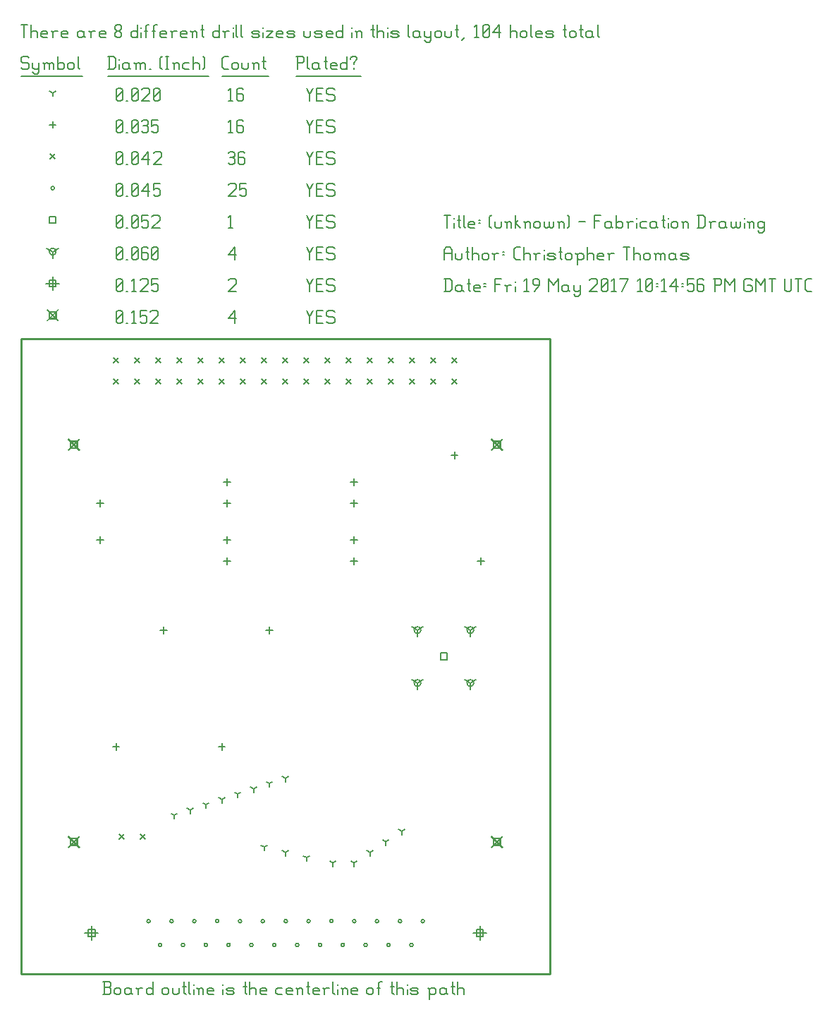
<source format=gbr>
G04 start of page 12 for group -3984 idx -3984 *
G04 Title: (unknown), fab *
G04 Creator: pcb 20140316 *
G04 CreationDate: Fri 19 May 2017 10:14:56 PM GMT UTC *
G04 For: thomasc *
G04 Format: Gerber/RS-274X *
G04 PCB-Dimensions (mil): 2500.00 3000.00 *
G04 PCB-Coordinate-Origin: lower left *
%MOIN*%
%FSLAX25Y25*%
%LNFAB*%
%ADD75C,0.0100*%
%ADD74C,0.0075*%
%ADD73C,0.0060*%
%ADD72R,0.0080X0.0080*%
%ADD71C,0.0001*%
G54D71*G36*
X22600Y252966D02*X27966Y247600D01*
X27400Y247034D01*
X22034Y252400D01*
X22600Y252966D01*
G37*
G36*
X22034Y247600D02*X27400Y252966D01*
X27966Y252400D01*
X22600Y247034D01*
X22034Y247600D01*
G37*
G54D72*X23400Y251600D02*X26600D01*
X23400D02*Y248400D01*
X26600D01*
Y251600D02*Y248400D01*
G54D71*G36*
X222600Y252966D02*X227966Y247600D01*
X227400Y247034D01*
X222034Y252400D01*
X222600Y252966D01*
G37*
G36*
X222034Y247600D02*X227400Y252966D01*
X227966Y252400D01*
X222600Y247034D01*
X222034Y247600D01*
G37*
G54D72*X223400Y251600D02*X226600D01*
X223400D02*Y248400D01*
X226600D01*
Y251600D02*Y248400D01*
G54D71*G36*
X22600Y65466D02*X27966Y60100D01*
X27400Y59534D01*
X22034Y64900D01*
X22600Y65466D01*
G37*
G36*
X22034Y60100D02*X27400Y65466D01*
X27966Y64900D01*
X22600Y59534D01*
X22034Y60100D01*
G37*
G54D72*X23400Y64100D02*X26600D01*
X23400D02*Y60900D01*
X26600D01*
Y64100D02*Y60900D01*
G54D71*G36*
X222600Y65466D02*X227966Y60100D01*
X227400Y59534D01*
X222034Y64900D01*
X222600Y65466D01*
G37*
G36*
X222034Y60100D02*X227400Y65466D01*
X227966Y64900D01*
X222600Y59534D01*
X222034Y60100D01*
G37*
G54D72*X223400Y64100D02*X226600D01*
X223400D02*Y60900D01*
X226600D01*
Y64100D02*Y60900D01*
G54D71*G36*
X12600Y314216D02*X17966Y308850D01*
X17400Y308284D01*
X12034Y313650D01*
X12600Y314216D01*
G37*
G36*
X12034Y308850D02*X17400Y314216D01*
X17966Y313650D01*
X12600Y308284D01*
X12034Y308850D01*
G37*
G54D72*X13400Y312850D02*X16600D01*
X13400D02*Y309650D01*
X16600D01*
Y312850D02*Y309650D01*
G54D73*X135000Y313500D02*X136500Y310500D01*
X138000Y313500D01*
X136500Y310500D02*Y307500D01*
X139800Y310800D02*X142050D01*
X139800Y307500D02*X142800D01*
X139800Y313500D02*Y307500D01*
Y313500D02*X142800D01*
X147600D02*X148350Y312750D01*
X145350Y313500D02*X147600D01*
X144600Y312750D02*X145350Y313500D01*
X144600Y312750D02*Y311250D01*
X145350Y310500D01*
X147600D01*
X148350Y309750D01*
Y308250D01*
X147600Y307500D02*X148350Y308250D01*
X145350Y307500D02*X147600D01*
X144600Y308250D02*X145350Y307500D01*
X98000Y309750D02*X101000Y313500D01*
X98000Y309750D02*X101750D01*
X101000Y313500D02*Y307500D01*
X45000Y308250D02*X45750Y307500D01*
X45000Y312750D02*Y308250D01*
Y312750D02*X45750Y313500D01*
X47250D01*
X48000Y312750D01*
Y308250D01*
X47250Y307500D02*X48000Y308250D01*
X45750Y307500D02*X47250D01*
X45000Y309000D02*X48000Y312000D01*
X49800Y307500D02*X50550D01*
X52350Y312300D02*X53550Y313500D01*
Y307500D01*
X52350D02*X54600D01*
X56400Y313500D02*X59400D01*
X56400D02*Y310500D01*
X57150Y311250D01*
X58650D01*
X59400Y310500D01*
Y308250D01*
X58650Y307500D02*X59400Y308250D01*
X57150Y307500D02*X58650D01*
X56400Y308250D02*X57150Y307500D01*
X61200Y312750D02*X61950Y313500D01*
X64200D01*
X64950Y312750D01*
Y311250D01*
X61200Y307500D02*X64950Y311250D01*
X61200Y307500D02*X64950D01*
X33400Y22600D02*Y16200D01*
X30200Y19400D02*X36600D01*
X31800Y21000D02*X35000D01*
X31800D02*Y17800D01*
X35000D01*
Y21000D02*Y17800D01*
X217000Y22600D02*Y16200D01*
X213800Y19400D02*X220200D01*
X215400Y21000D02*X218600D01*
X215400D02*Y17800D01*
X218600D01*
Y21000D02*Y17800D01*
X15000Y329450D02*Y323050D01*
X11800Y326250D02*X18200D01*
X13400Y327850D02*X16600D01*
X13400D02*Y324650D01*
X16600D01*
Y327850D02*Y324650D01*
X135000Y328500D02*X136500Y325500D01*
X138000Y328500D01*
X136500Y325500D02*Y322500D01*
X139800Y325800D02*X142050D01*
X139800Y322500D02*X142800D01*
X139800Y328500D02*Y322500D01*
Y328500D02*X142800D01*
X147600D02*X148350Y327750D01*
X145350Y328500D02*X147600D01*
X144600Y327750D02*X145350Y328500D01*
X144600Y327750D02*Y326250D01*
X145350Y325500D01*
X147600D01*
X148350Y324750D01*
Y323250D01*
X147600Y322500D02*X148350Y323250D01*
X145350Y322500D02*X147600D01*
X144600Y323250D02*X145350Y322500D01*
X98000Y327750D02*X98750Y328500D01*
X101000D01*
X101750Y327750D01*
Y326250D01*
X98000Y322500D02*X101750Y326250D01*
X98000Y322500D02*X101750D01*
X45000Y323250D02*X45750Y322500D01*
X45000Y327750D02*Y323250D01*
Y327750D02*X45750Y328500D01*
X47250D01*
X48000Y327750D01*
Y323250D01*
X47250Y322500D02*X48000Y323250D01*
X45750Y322500D02*X47250D01*
X45000Y324000D02*X48000Y327000D01*
X49800Y322500D02*X50550D01*
X52350Y327300D02*X53550Y328500D01*
Y322500D01*
X52350D02*X54600D01*
X56400Y327750D02*X57150Y328500D01*
X59400D01*
X60150Y327750D01*
Y326250D01*
X56400Y322500D02*X60150Y326250D01*
X56400Y322500D02*X60150D01*
X61950Y328500D02*X64950D01*
X61950D02*Y325500D01*
X62700Y326250D01*
X64200D01*
X64950Y325500D01*
Y323250D01*
X64200Y322500D02*X64950Y323250D01*
X62700Y322500D02*X64200D01*
X61950Y323250D02*X62700Y322500D01*
X187500Y162500D02*Y159300D01*
Y162500D02*X190273Y164100D01*
X187500Y162500D02*X184727Y164100D01*
X185900Y162500D02*G75*G03X189100Y162500I1600J0D01*G01*
G75*G03X185900Y162500I-1600J0D01*G01*
X212500D02*Y159300D01*
Y162500D02*X215273Y164100D01*
X212500Y162500D02*X209727Y164100D01*
X210900Y162500D02*G75*G03X214100Y162500I1600J0D01*G01*
G75*G03X210900Y162500I-1600J0D01*G01*
X212500Y137500D02*Y134300D01*
Y137500D02*X215273Y139100D01*
X212500Y137500D02*X209727Y139100D01*
X210900Y137500D02*G75*G03X214100Y137500I1600J0D01*G01*
G75*G03X210900Y137500I-1600J0D01*G01*
X187500D02*Y134300D01*
Y137500D02*X190273Y139100D01*
X187500Y137500D02*X184727Y139100D01*
X185900Y137500D02*G75*G03X189100Y137500I1600J0D01*G01*
G75*G03X185900Y137500I-1600J0D01*G01*
X15000Y341250D02*Y338050D01*
Y341250D02*X17773Y342850D01*
X15000Y341250D02*X12227Y342850D01*
X13400Y341250D02*G75*G03X16600Y341250I1600J0D01*G01*
G75*G03X13400Y341250I-1600J0D01*G01*
X135000Y343500D02*X136500Y340500D01*
X138000Y343500D01*
X136500Y340500D02*Y337500D01*
X139800Y340800D02*X142050D01*
X139800Y337500D02*X142800D01*
X139800Y343500D02*Y337500D01*
Y343500D02*X142800D01*
X147600D02*X148350Y342750D01*
X145350Y343500D02*X147600D01*
X144600Y342750D02*X145350Y343500D01*
X144600Y342750D02*Y341250D01*
X145350Y340500D01*
X147600D01*
X148350Y339750D01*
Y338250D01*
X147600Y337500D02*X148350Y338250D01*
X145350Y337500D02*X147600D01*
X144600Y338250D02*X145350Y337500D01*
X98000Y339750D02*X101000Y343500D01*
X98000Y339750D02*X101750D01*
X101000Y343500D02*Y337500D01*
X45000Y338250D02*X45750Y337500D01*
X45000Y342750D02*Y338250D01*
Y342750D02*X45750Y343500D01*
X47250D01*
X48000Y342750D01*
Y338250D01*
X47250Y337500D02*X48000Y338250D01*
X45750Y337500D02*X47250D01*
X45000Y339000D02*X48000Y342000D01*
X49800Y337500D02*X50550D01*
X52350Y338250D02*X53100Y337500D01*
X52350Y342750D02*Y338250D01*
Y342750D02*X53100Y343500D01*
X54600D01*
X55350Y342750D01*
Y338250D01*
X54600Y337500D02*X55350Y338250D01*
X53100Y337500D02*X54600D01*
X52350Y339000D02*X55350Y342000D01*
X59400Y343500D02*X60150Y342750D01*
X57900Y343500D02*X59400D01*
X57150Y342750D02*X57900Y343500D01*
X57150Y342750D02*Y338250D01*
X57900Y337500D01*
X59400Y340800D02*X60150Y340050D01*
X57150Y340800D02*X59400D01*
X57900Y337500D02*X59400D01*
X60150Y338250D01*
Y340050D02*Y338250D01*
X61950D02*X62700Y337500D01*
X61950Y342750D02*Y338250D01*
Y342750D02*X62700Y343500D01*
X64200D01*
X64950Y342750D01*
Y338250D01*
X64200Y337500D02*X64950Y338250D01*
X62700Y337500D02*X64200D01*
X61950Y339000D02*X64950Y342000D01*
X198400Y151600D02*X201600D01*
X198400D02*Y148400D01*
X201600D01*
Y151600D02*Y148400D01*
X13400Y357850D02*X16600D01*
X13400D02*Y354650D01*
X16600D01*
Y357850D02*Y354650D01*
X135000Y358500D02*X136500Y355500D01*
X138000Y358500D01*
X136500Y355500D02*Y352500D01*
X139800Y355800D02*X142050D01*
X139800Y352500D02*X142800D01*
X139800Y358500D02*Y352500D01*
Y358500D02*X142800D01*
X147600D02*X148350Y357750D01*
X145350Y358500D02*X147600D01*
X144600Y357750D02*X145350Y358500D01*
X144600Y357750D02*Y356250D01*
X145350Y355500D01*
X147600D01*
X148350Y354750D01*
Y353250D01*
X147600Y352500D02*X148350Y353250D01*
X145350Y352500D02*X147600D01*
X144600Y353250D02*X145350Y352500D01*
X98000Y357300D02*X99200Y358500D01*
Y352500D01*
X98000D02*X100250D01*
X45000Y353250D02*X45750Y352500D01*
X45000Y357750D02*Y353250D01*
Y357750D02*X45750Y358500D01*
X47250D01*
X48000Y357750D01*
Y353250D01*
X47250Y352500D02*X48000Y353250D01*
X45750Y352500D02*X47250D01*
X45000Y354000D02*X48000Y357000D01*
X49800Y352500D02*X50550D01*
X52350Y353250D02*X53100Y352500D01*
X52350Y357750D02*Y353250D01*
Y357750D02*X53100Y358500D01*
X54600D01*
X55350Y357750D01*
Y353250D01*
X54600Y352500D02*X55350Y353250D01*
X53100Y352500D02*X54600D01*
X52350Y354000D02*X55350Y357000D01*
X57150Y358500D02*X60150D01*
X57150D02*Y355500D01*
X57900Y356250D01*
X59400D01*
X60150Y355500D01*
Y353250D01*
X59400Y352500D02*X60150Y353250D01*
X57900Y352500D02*X59400D01*
X57150Y353250D02*X57900Y352500D01*
X61950Y357750D02*X62700Y358500D01*
X64950D01*
X65700Y357750D01*
Y356250D01*
X61950Y352500D02*X65700Y356250D01*
X61950Y352500D02*X65700D01*
X189200Y25000D02*G75*G03X190800Y25000I800J0D01*G01*
G75*G03X189200Y25000I-800J0D01*G01*
X178400D02*G75*G03X180000Y25000I800J0D01*G01*
G75*G03X178400Y25000I-800J0D01*G01*
X167600D02*G75*G03X169200Y25000I800J0D01*G01*
G75*G03X167600Y25000I-800J0D01*G01*
X156800D02*G75*G03X158400Y25000I800J0D01*G01*
G75*G03X156800Y25000I-800J0D01*G01*
X146000D02*G75*G03X147600Y25000I800J0D01*G01*
G75*G03X146000Y25000I-800J0D01*G01*
X135200D02*G75*G03X136800Y25000I800J0D01*G01*
G75*G03X135200Y25000I-800J0D01*G01*
X124400D02*G75*G03X126000Y25000I800J0D01*G01*
G75*G03X124400Y25000I-800J0D01*G01*
X113600D02*G75*G03X115200Y25000I800J0D01*G01*
G75*G03X113600Y25000I-800J0D01*G01*
X102800D02*G75*G03X104400Y25000I800J0D01*G01*
G75*G03X102800Y25000I-800J0D01*G01*
X92000D02*G75*G03X93600Y25000I800J0D01*G01*
G75*G03X92000Y25000I-800J0D01*G01*
X81200D02*G75*G03X82800Y25000I800J0D01*G01*
G75*G03X81200Y25000I-800J0D01*G01*
X70400D02*G75*G03X72000Y25000I800J0D01*G01*
G75*G03X70400Y25000I-800J0D01*G01*
X59600D02*G75*G03X61200Y25000I800J0D01*G01*
G75*G03X59600Y25000I-800J0D01*G01*
X183800Y13800D02*G75*G03X185400Y13800I800J0D01*G01*
G75*G03X183800Y13800I-800J0D01*G01*
X173000D02*G75*G03X174600Y13800I800J0D01*G01*
G75*G03X173000Y13800I-800J0D01*G01*
X162200D02*G75*G03X163800Y13800I800J0D01*G01*
G75*G03X162200Y13800I-800J0D01*G01*
X151400D02*G75*G03X153000Y13800I800J0D01*G01*
G75*G03X151400Y13800I-800J0D01*G01*
X140600D02*G75*G03X142200Y13800I800J0D01*G01*
G75*G03X140600Y13800I-800J0D01*G01*
X129800D02*G75*G03X131400Y13800I800J0D01*G01*
G75*G03X129800Y13800I-800J0D01*G01*
X119000D02*G75*G03X120600Y13800I800J0D01*G01*
G75*G03X119000Y13800I-800J0D01*G01*
X108200D02*G75*G03X109800Y13800I800J0D01*G01*
G75*G03X108200Y13800I-800J0D01*G01*
X97400D02*G75*G03X99000Y13800I800J0D01*G01*
G75*G03X97400Y13800I-800J0D01*G01*
X86600D02*G75*G03X88200Y13800I800J0D01*G01*
G75*G03X86600Y13800I-800J0D01*G01*
X75800D02*G75*G03X77400Y13800I800J0D01*G01*
G75*G03X75800Y13800I-800J0D01*G01*
X65000D02*G75*G03X66600Y13800I800J0D01*G01*
G75*G03X65000Y13800I-800J0D01*G01*
X14200Y371250D02*G75*G03X15800Y371250I800J0D01*G01*
G75*G03X14200Y371250I-800J0D01*G01*
X135000Y373500D02*X136500Y370500D01*
X138000Y373500D01*
X136500Y370500D02*Y367500D01*
X139800Y370800D02*X142050D01*
X139800Y367500D02*X142800D01*
X139800Y373500D02*Y367500D01*
Y373500D02*X142800D01*
X147600D02*X148350Y372750D01*
X145350Y373500D02*X147600D01*
X144600Y372750D02*X145350Y373500D01*
X144600Y372750D02*Y371250D01*
X145350Y370500D01*
X147600D01*
X148350Y369750D01*
Y368250D01*
X147600Y367500D02*X148350Y368250D01*
X145350Y367500D02*X147600D01*
X144600Y368250D02*X145350Y367500D01*
X98000Y372750D02*X98750Y373500D01*
X101000D01*
X101750Y372750D01*
Y371250D01*
X98000Y367500D02*X101750Y371250D01*
X98000Y367500D02*X101750D01*
X103550Y373500D02*X106550D01*
X103550D02*Y370500D01*
X104300Y371250D01*
X105800D01*
X106550Y370500D01*
Y368250D01*
X105800Y367500D02*X106550Y368250D01*
X104300Y367500D02*X105800D01*
X103550Y368250D02*X104300Y367500D01*
X45000Y368250D02*X45750Y367500D01*
X45000Y372750D02*Y368250D01*
Y372750D02*X45750Y373500D01*
X47250D01*
X48000Y372750D01*
Y368250D01*
X47250Y367500D02*X48000Y368250D01*
X45750Y367500D02*X47250D01*
X45000Y369000D02*X48000Y372000D01*
X49800Y367500D02*X50550D01*
X52350Y368250D02*X53100Y367500D01*
X52350Y372750D02*Y368250D01*
Y372750D02*X53100Y373500D01*
X54600D01*
X55350Y372750D01*
Y368250D01*
X54600Y367500D02*X55350Y368250D01*
X53100Y367500D02*X54600D01*
X52350Y369000D02*X55350Y372000D01*
X57150Y369750D02*X60150Y373500D01*
X57150Y369750D02*X60900D01*
X60150Y373500D02*Y367500D01*
X62700Y373500D02*X65700D01*
X62700D02*Y370500D01*
X63450Y371250D01*
X64950D01*
X65700Y370500D01*
Y368250D01*
X64950Y367500D02*X65700Y368250D01*
X63450Y367500D02*X64950D01*
X62700Y368250D02*X63450Y367500D01*
X43800Y291200D02*X46200Y288800D01*
X43800D02*X46200Y291200D01*
X43800Y281200D02*X46200Y278800D01*
X43800D02*X46200Y281200D01*
X53800Y291200D02*X56200Y288800D01*
X53800D02*X56200Y291200D01*
X53800Y281200D02*X56200Y278800D01*
X53800D02*X56200Y281200D01*
X63800Y291200D02*X66200Y288800D01*
X63800D02*X66200Y291200D01*
X63800Y281200D02*X66200Y278800D01*
X63800D02*X66200Y281200D01*
X73800Y291200D02*X76200Y288800D01*
X73800D02*X76200Y291200D01*
X73800Y281200D02*X76200Y278800D01*
X73800D02*X76200Y281200D01*
X83800Y291200D02*X86200Y288800D01*
X83800D02*X86200Y291200D01*
X83800Y281200D02*X86200Y278800D01*
X83800D02*X86200Y281200D01*
X93800Y291200D02*X96200Y288800D01*
X93800D02*X96200Y291200D01*
X93800Y281200D02*X96200Y278800D01*
X93800D02*X96200Y281200D01*
X103800Y291200D02*X106200Y288800D01*
X103800D02*X106200Y291200D01*
X103800Y281200D02*X106200Y278800D01*
X103800D02*X106200Y281200D01*
X113800Y291200D02*X116200Y288800D01*
X113800D02*X116200Y291200D01*
X113800Y281200D02*X116200Y278800D01*
X113800D02*X116200Y281200D01*
X123800Y291200D02*X126200Y288800D01*
X123800D02*X126200Y291200D01*
X123800Y281200D02*X126200Y278800D01*
X123800D02*X126200Y281200D01*
X133800Y291200D02*X136200Y288800D01*
X133800D02*X136200Y291200D01*
X133800Y281200D02*X136200Y278800D01*
X133800D02*X136200Y281200D01*
X143800Y291200D02*X146200Y288800D01*
X143800D02*X146200Y291200D01*
X143800Y281200D02*X146200Y278800D01*
X143800D02*X146200Y281200D01*
X153800Y291200D02*X156200Y288800D01*
X153800D02*X156200Y291200D01*
X153800Y281200D02*X156200Y278800D01*
X153800D02*X156200Y281200D01*
X163800Y291200D02*X166200Y288800D01*
X163800D02*X166200Y291200D01*
X163800Y281200D02*X166200Y278800D01*
X163800D02*X166200Y281200D01*
X173800Y291200D02*X176200Y288800D01*
X173800D02*X176200Y291200D01*
X173800Y281200D02*X176200Y278800D01*
X173800D02*X176200Y281200D01*
X183800Y291200D02*X186200Y288800D01*
X183800D02*X186200Y291200D01*
X183800Y281200D02*X186200Y278800D01*
X183800D02*X186200Y281200D01*
X193800Y291200D02*X196200Y288800D01*
X193800D02*X196200Y291200D01*
X193800Y281200D02*X196200Y278800D01*
X193800D02*X196200Y281200D01*
X203800Y291200D02*X206200Y288800D01*
X203800D02*X206200Y291200D01*
X203800Y281200D02*X206200Y278800D01*
X203800D02*X206200Y281200D01*
X46300Y66200D02*X48700Y63800D01*
X46300D02*X48700Y66200D01*
X56300D02*X58700Y63800D01*
X56300D02*X58700Y66200D01*
X13800Y387450D02*X16200Y385050D01*
X13800D02*X16200Y387450D01*
X135000Y388500D02*X136500Y385500D01*
X138000Y388500D01*
X136500Y385500D02*Y382500D01*
X139800Y385800D02*X142050D01*
X139800Y382500D02*X142800D01*
X139800Y388500D02*Y382500D01*
Y388500D02*X142800D01*
X147600D02*X148350Y387750D01*
X145350Y388500D02*X147600D01*
X144600Y387750D02*X145350Y388500D01*
X144600Y387750D02*Y386250D01*
X145350Y385500D01*
X147600D01*
X148350Y384750D01*
Y383250D01*
X147600Y382500D02*X148350Y383250D01*
X145350Y382500D02*X147600D01*
X144600Y383250D02*X145350Y382500D01*
X98000Y387750D02*X98750Y388500D01*
X100250D01*
X101000Y387750D01*
X100250Y382500D02*X101000Y383250D01*
X98750Y382500D02*X100250D01*
X98000Y383250D02*X98750Y382500D01*
Y385800D02*X100250D01*
X101000Y387750D02*Y386550D01*
Y385050D02*Y383250D01*
Y385050D02*X100250Y385800D01*
X101000Y386550D02*X100250Y385800D01*
X105050Y388500D02*X105800Y387750D01*
X103550Y388500D02*X105050D01*
X102800Y387750D02*X103550Y388500D01*
X102800Y387750D02*Y383250D01*
X103550Y382500D01*
X105050Y385800D02*X105800Y385050D01*
X102800Y385800D02*X105050D01*
X103550Y382500D02*X105050D01*
X105800Y383250D01*
Y385050D02*Y383250D01*
X45000D02*X45750Y382500D01*
X45000Y387750D02*Y383250D01*
Y387750D02*X45750Y388500D01*
X47250D01*
X48000Y387750D01*
Y383250D01*
X47250Y382500D02*X48000Y383250D01*
X45750Y382500D02*X47250D01*
X45000Y384000D02*X48000Y387000D01*
X49800Y382500D02*X50550D01*
X52350Y383250D02*X53100Y382500D01*
X52350Y387750D02*Y383250D01*
Y387750D02*X53100Y388500D01*
X54600D01*
X55350Y387750D01*
Y383250D01*
X54600Y382500D02*X55350Y383250D01*
X53100Y382500D02*X54600D01*
X52350Y384000D02*X55350Y387000D01*
X57150Y384750D02*X60150Y388500D01*
X57150Y384750D02*X60900D01*
X60150Y388500D02*Y382500D01*
X62700Y387750D02*X63450Y388500D01*
X65700D01*
X66450Y387750D01*
Y386250D01*
X62700Y382500D02*X66450Y386250D01*
X62700Y382500D02*X66450D01*
X37500Y224100D02*Y220900D01*
X35900Y222500D02*X39100D01*
X97500Y224100D02*Y220900D01*
X95900Y222500D02*X99100D01*
X157500Y224100D02*Y220900D01*
X155900Y222500D02*X159100D01*
X97500Y234100D02*Y230900D01*
X95900Y232500D02*X99100D01*
X157500Y234100D02*Y230900D01*
X155900Y232500D02*X159100D01*
X205000Y246600D02*Y243400D01*
X203400Y245000D02*X206600D01*
X45000Y109100D02*Y105900D01*
X43400Y107500D02*X46600D01*
X95000Y109100D02*Y105900D01*
X93400Y107500D02*X96600D01*
X67500Y164100D02*Y160900D01*
X65900Y162500D02*X69100D01*
X117500Y164100D02*Y160900D01*
X115900Y162500D02*X119100D01*
X37500Y206600D02*Y203400D01*
X35900Y205000D02*X39100D01*
X97500Y206600D02*Y203400D01*
X95900Y205000D02*X99100D01*
X157500Y206600D02*Y203400D01*
X155900Y205000D02*X159100D01*
X97500Y196600D02*Y193400D01*
X95900Y195000D02*X99100D01*
X157500Y196600D02*Y193400D01*
X155900Y195000D02*X159100D01*
X217500Y196600D02*Y193400D01*
X215900Y195000D02*X219100D01*
X15000Y402850D02*Y399650D01*
X13400Y401250D02*X16600D01*
X135000Y403500D02*X136500Y400500D01*
X138000Y403500D01*
X136500Y400500D02*Y397500D01*
X139800Y400800D02*X142050D01*
X139800Y397500D02*X142800D01*
X139800Y403500D02*Y397500D01*
Y403500D02*X142800D01*
X147600D02*X148350Y402750D01*
X145350Y403500D02*X147600D01*
X144600Y402750D02*X145350Y403500D01*
X144600Y402750D02*Y401250D01*
X145350Y400500D01*
X147600D01*
X148350Y399750D01*
Y398250D01*
X147600Y397500D02*X148350Y398250D01*
X145350Y397500D02*X147600D01*
X144600Y398250D02*X145350Y397500D01*
X98000Y402300D02*X99200Y403500D01*
Y397500D01*
X98000D02*X100250D01*
X104300Y403500D02*X105050Y402750D01*
X102800Y403500D02*X104300D01*
X102050Y402750D02*X102800Y403500D01*
X102050Y402750D02*Y398250D01*
X102800Y397500D01*
X104300Y400800D02*X105050Y400050D01*
X102050Y400800D02*X104300D01*
X102800Y397500D02*X104300D01*
X105050Y398250D01*
Y400050D02*Y398250D01*
X45000D02*X45750Y397500D01*
X45000Y402750D02*Y398250D01*
Y402750D02*X45750Y403500D01*
X47250D01*
X48000Y402750D01*
Y398250D01*
X47250Y397500D02*X48000Y398250D01*
X45750Y397500D02*X47250D01*
X45000Y399000D02*X48000Y402000D01*
X49800Y397500D02*X50550D01*
X52350Y398250D02*X53100Y397500D01*
X52350Y402750D02*Y398250D01*
Y402750D02*X53100Y403500D01*
X54600D01*
X55350Y402750D01*
Y398250D01*
X54600Y397500D02*X55350Y398250D01*
X53100Y397500D02*X54600D01*
X52350Y399000D02*X55350Y402000D01*
X57150Y402750D02*X57900Y403500D01*
X59400D01*
X60150Y402750D01*
X59400Y397500D02*X60150Y398250D01*
X57900Y397500D02*X59400D01*
X57150Y398250D02*X57900Y397500D01*
Y400800D02*X59400D01*
X60150Y402750D02*Y401550D01*
Y400050D02*Y398250D01*
Y400050D02*X59400Y400800D01*
X60150Y401550D02*X59400Y400800D01*
X61950Y403500D02*X64950D01*
X61950D02*Y400500D01*
X62700Y401250D01*
X64200D01*
X64950Y400500D01*
Y398250D01*
X64200Y397500D02*X64950Y398250D01*
X62700Y397500D02*X64200D01*
X61950Y398250D02*X62700Y397500D01*
X125000Y92500D02*Y90900D01*
Y92500D02*X126387Y93300D01*
X125000Y92500D02*X123613Y93300D01*
X117500Y90000D02*Y88400D01*
Y90000D02*X118887Y90800D01*
X117500Y90000D02*X116113Y90800D01*
X110000Y87500D02*Y85900D01*
Y87500D02*X111387Y88300D01*
X110000Y87500D02*X108613Y88300D01*
X102500Y85000D02*Y83400D01*
Y85000D02*X103887Y85800D01*
X102500Y85000D02*X101113Y85800D01*
X95000Y82500D02*Y80900D01*
Y82500D02*X96387Y83300D01*
X95000Y82500D02*X93613Y83300D01*
X87500Y80000D02*Y78400D01*
Y80000D02*X88887Y80800D01*
X87500Y80000D02*X86113Y80800D01*
X80000Y77500D02*Y75900D01*
Y77500D02*X81387Y78300D01*
X80000Y77500D02*X78613Y78300D01*
X72500Y75000D02*Y73400D01*
Y75000D02*X73887Y75800D01*
X72500Y75000D02*X71113Y75800D01*
X115000Y60000D02*Y58400D01*
Y60000D02*X116387Y60800D01*
X115000Y60000D02*X113613Y60800D01*
X125000Y57500D02*Y55900D01*
Y57500D02*X126387Y58300D01*
X125000Y57500D02*X123613Y58300D01*
X135000Y55000D02*Y53400D01*
Y55000D02*X136387Y55800D01*
X135000Y55000D02*X133613Y55800D01*
X147500Y52500D02*Y50900D01*
Y52500D02*X148887Y53300D01*
X147500Y52500D02*X146113Y53300D01*
X157500Y52500D02*Y50900D01*
Y52500D02*X158887Y53300D01*
X157500Y52500D02*X156113Y53300D01*
X165000Y57500D02*Y55900D01*
Y57500D02*X166387Y58300D01*
X165000Y57500D02*X163613Y58300D01*
X172500Y62500D02*Y60900D01*
Y62500D02*X173887Y63300D01*
X172500Y62500D02*X171113Y63300D01*
X180000Y67500D02*Y65900D01*
Y67500D02*X181387Y68300D01*
X180000Y67500D02*X178613Y68300D01*
X15000Y416250D02*Y414650D01*
Y416250D02*X16387Y417050D01*
X15000Y416250D02*X13613Y417050D01*
X135000Y418500D02*X136500Y415500D01*
X138000Y418500D01*
X136500Y415500D02*Y412500D01*
X139800Y415800D02*X142050D01*
X139800Y412500D02*X142800D01*
X139800Y418500D02*Y412500D01*
Y418500D02*X142800D01*
X147600D02*X148350Y417750D01*
X145350Y418500D02*X147600D01*
X144600Y417750D02*X145350Y418500D01*
X144600Y417750D02*Y416250D01*
X145350Y415500D01*
X147600D01*
X148350Y414750D01*
Y413250D01*
X147600Y412500D02*X148350Y413250D01*
X145350Y412500D02*X147600D01*
X144600Y413250D02*X145350Y412500D01*
X98000Y417300D02*X99200Y418500D01*
Y412500D01*
X98000D02*X100250D01*
X104300Y418500D02*X105050Y417750D01*
X102800Y418500D02*X104300D01*
X102050Y417750D02*X102800Y418500D01*
X102050Y417750D02*Y413250D01*
X102800Y412500D01*
X104300Y415800D02*X105050Y415050D01*
X102050Y415800D02*X104300D01*
X102800Y412500D02*X104300D01*
X105050Y413250D01*
Y415050D02*Y413250D01*
X45000D02*X45750Y412500D01*
X45000Y417750D02*Y413250D01*
Y417750D02*X45750Y418500D01*
X47250D01*
X48000Y417750D01*
Y413250D01*
X47250Y412500D02*X48000Y413250D01*
X45750Y412500D02*X47250D01*
X45000Y414000D02*X48000Y417000D01*
X49800Y412500D02*X50550D01*
X52350Y413250D02*X53100Y412500D01*
X52350Y417750D02*Y413250D01*
Y417750D02*X53100Y418500D01*
X54600D01*
X55350Y417750D01*
Y413250D01*
X54600Y412500D02*X55350Y413250D01*
X53100Y412500D02*X54600D01*
X52350Y414000D02*X55350Y417000D01*
X57150Y417750D02*X57900Y418500D01*
X60150D01*
X60900Y417750D01*
Y416250D01*
X57150Y412500D02*X60900Y416250D01*
X57150Y412500D02*X60900D01*
X62700Y413250D02*X63450Y412500D01*
X62700Y417750D02*Y413250D01*
Y417750D02*X63450Y418500D01*
X64950D01*
X65700Y417750D01*
Y413250D01*
X64950Y412500D02*X65700Y413250D01*
X63450Y412500D02*X64950D01*
X62700Y414000D02*X65700Y417000D01*
X3000Y433500D02*X3750Y432750D01*
X750Y433500D02*X3000D01*
X0Y432750D02*X750Y433500D01*
X0Y432750D02*Y431250D01*
X750Y430500D01*
X3000D01*
X3750Y429750D01*
Y428250D01*
X3000Y427500D02*X3750Y428250D01*
X750Y427500D02*X3000D01*
X0Y428250D02*X750Y427500D01*
X5550Y430500D02*Y428250D01*
X6300Y427500D01*
X8550Y430500D02*Y426000D01*
X7800Y425250D02*X8550Y426000D01*
X6300Y425250D02*X7800D01*
X5550Y426000D02*X6300Y425250D01*
Y427500D02*X7800D01*
X8550Y428250D01*
X11100Y429750D02*Y427500D01*
Y429750D02*X11850Y430500D01*
X12600D01*
X13350Y429750D01*
Y427500D01*
Y429750D02*X14100Y430500D01*
X14850D01*
X15600Y429750D01*
Y427500D01*
X10350Y430500D02*X11100Y429750D01*
X17400Y433500D02*Y427500D01*
Y428250D02*X18150Y427500D01*
X19650D01*
X20400Y428250D01*
Y429750D02*Y428250D01*
X19650Y430500D02*X20400Y429750D01*
X18150Y430500D02*X19650D01*
X17400Y429750D02*X18150Y430500D01*
X22200Y429750D02*Y428250D01*
Y429750D02*X22950Y430500D01*
X24450D01*
X25200Y429750D01*
Y428250D01*
X24450Y427500D02*X25200Y428250D01*
X22950Y427500D02*X24450D01*
X22200Y428250D02*X22950Y427500D01*
X27000Y433500D02*Y428250D01*
X27750Y427500D01*
X0Y424250D02*X29250D01*
X41750Y433500D02*Y427500D01*
X43700Y433500D02*X44750Y432450D01*
Y428550D01*
X43700Y427500D02*X44750Y428550D01*
X41000Y427500D02*X43700D01*
X41000Y433500D02*X43700D01*
G54D74*X46550Y432000D02*Y431850D01*
G54D73*Y429750D02*Y427500D01*
X50300Y430500D02*X51050Y429750D01*
X48800Y430500D02*X50300D01*
X48050Y429750D02*X48800Y430500D01*
X48050Y429750D02*Y428250D01*
X48800Y427500D01*
X51050Y430500D02*Y428250D01*
X51800Y427500D01*
X48800D02*X50300D01*
X51050Y428250D01*
X54350Y429750D02*Y427500D01*
Y429750D02*X55100Y430500D01*
X55850D01*
X56600Y429750D01*
Y427500D01*
Y429750D02*X57350Y430500D01*
X58100D01*
X58850Y429750D01*
Y427500D01*
X53600Y430500D02*X54350Y429750D01*
X60650Y427500D02*X61400D01*
X65900Y428250D02*X66650Y427500D01*
X65900Y432750D02*X66650Y433500D01*
X65900Y432750D02*Y428250D01*
X68450Y433500D02*X69950D01*
X69200D02*Y427500D01*
X68450D02*X69950D01*
X72500Y429750D02*Y427500D01*
Y429750D02*X73250Y430500D01*
X74000D01*
X74750Y429750D01*
Y427500D01*
X71750Y430500D02*X72500Y429750D01*
X77300Y430500D02*X79550D01*
X76550Y429750D02*X77300Y430500D01*
X76550Y429750D02*Y428250D01*
X77300Y427500D01*
X79550D01*
X81350Y433500D02*Y427500D01*
Y429750D02*X82100Y430500D01*
X83600D01*
X84350Y429750D01*
Y427500D01*
X86150Y433500D02*X86900Y432750D01*
Y428250D01*
X86150Y427500D02*X86900Y428250D01*
X41000Y424250D02*X88700D01*
X96050Y427500D02*X98000D01*
X95000Y428550D02*X96050Y427500D01*
X95000Y432450D02*Y428550D01*
Y432450D02*X96050Y433500D01*
X98000D01*
X99800Y429750D02*Y428250D01*
Y429750D02*X100550Y430500D01*
X102050D01*
X102800Y429750D01*
Y428250D01*
X102050Y427500D02*X102800Y428250D01*
X100550Y427500D02*X102050D01*
X99800Y428250D02*X100550Y427500D01*
X104600Y430500D02*Y428250D01*
X105350Y427500D01*
X106850D01*
X107600Y428250D01*
Y430500D02*Y428250D01*
X110150Y429750D02*Y427500D01*
Y429750D02*X110900Y430500D01*
X111650D01*
X112400Y429750D01*
Y427500D01*
X109400Y430500D02*X110150Y429750D01*
X114950Y433500D02*Y428250D01*
X115700Y427500D01*
X114200Y431250D02*X115700D01*
X95000Y424250D02*X117200D01*
X130750Y433500D02*Y427500D01*
X130000Y433500D02*X133000D01*
X133750Y432750D01*
Y431250D01*
X133000Y430500D02*X133750Y431250D01*
X130750Y430500D02*X133000D01*
X135550Y433500D02*Y428250D01*
X136300Y427500D01*
X140050Y430500D02*X140800Y429750D01*
X138550Y430500D02*X140050D01*
X137800Y429750D02*X138550Y430500D01*
X137800Y429750D02*Y428250D01*
X138550Y427500D01*
X140800Y430500D02*Y428250D01*
X141550Y427500D01*
X138550D02*X140050D01*
X140800Y428250D01*
X144100Y433500D02*Y428250D01*
X144850Y427500D01*
X143350Y431250D02*X144850D01*
X147100Y427500D02*X149350D01*
X146350Y428250D02*X147100Y427500D01*
X146350Y429750D02*Y428250D01*
Y429750D02*X147100Y430500D01*
X148600D01*
X149350Y429750D01*
X146350Y429000D02*X149350D01*
Y429750D02*Y429000D01*
X154150Y433500D02*Y427500D01*
X153400D02*X154150Y428250D01*
X151900Y427500D02*X153400D01*
X151150Y428250D02*X151900Y427500D01*
X151150Y429750D02*Y428250D01*
Y429750D02*X151900Y430500D01*
X153400D01*
X154150Y429750D01*
X157450Y430500D02*Y429750D01*
Y428250D02*Y427500D01*
X155950Y432750D02*Y432000D01*
Y432750D02*X156700Y433500D01*
X158200D01*
X158950Y432750D01*
Y432000D01*
X157450Y430500D02*X158950Y432000D01*
X130000Y424250D02*X160750D01*
X0Y448500D02*X3000D01*
X1500D02*Y442500D01*
X4800Y448500D02*Y442500D01*
Y444750D02*X5550Y445500D01*
X7050D01*
X7800Y444750D01*
Y442500D01*
X10350D02*X12600D01*
X9600Y443250D02*X10350Y442500D01*
X9600Y444750D02*Y443250D01*
Y444750D02*X10350Y445500D01*
X11850D01*
X12600Y444750D01*
X9600Y444000D02*X12600D01*
Y444750D02*Y444000D01*
X15150Y444750D02*Y442500D01*
Y444750D02*X15900Y445500D01*
X17400D01*
X14400D02*X15150Y444750D01*
X19950Y442500D02*X22200D01*
X19200Y443250D02*X19950Y442500D01*
X19200Y444750D02*Y443250D01*
Y444750D02*X19950Y445500D01*
X21450D01*
X22200Y444750D01*
X19200Y444000D02*X22200D01*
Y444750D02*Y444000D01*
X28950Y445500D02*X29700Y444750D01*
X27450Y445500D02*X28950D01*
X26700Y444750D02*X27450Y445500D01*
X26700Y444750D02*Y443250D01*
X27450Y442500D01*
X29700Y445500D02*Y443250D01*
X30450Y442500D01*
X27450D02*X28950D01*
X29700Y443250D01*
X33000Y444750D02*Y442500D01*
Y444750D02*X33750Y445500D01*
X35250D01*
X32250D02*X33000Y444750D01*
X37800Y442500D02*X40050D01*
X37050Y443250D02*X37800Y442500D01*
X37050Y444750D02*Y443250D01*
Y444750D02*X37800Y445500D01*
X39300D01*
X40050Y444750D01*
X37050Y444000D02*X40050D01*
Y444750D02*Y444000D01*
X44550Y443250D02*X45300Y442500D01*
X44550Y444450D02*Y443250D01*
Y444450D02*X45600Y445500D01*
X46500D01*
X47550Y444450D01*
Y443250D01*
X46800Y442500D02*X47550Y443250D01*
X45300Y442500D02*X46800D01*
X44550Y446550D02*X45600Y445500D01*
X44550Y447750D02*Y446550D01*
Y447750D02*X45300Y448500D01*
X46800D01*
X47550Y447750D01*
Y446550D01*
X46500Y445500D02*X47550Y446550D01*
X55050Y448500D02*Y442500D01*
X54300D02*X55050Y443250D01*
X52800Y442500D02*X54300D01*
X52050Y443250D02*X52800Y442500D01*
X52050Y444750D02*Y443250D01*
Y444750D02*X52800Y445500D01*
X54300D01*
X55050Y444750D01*
G54D74*X56850Y447000D02*Y446850D01*
G54D73*Y444750D02*Y442500D01*
X59100Y447750D02*Y442500D01*
Y447750D02*X59850Y448500D01*
X60600D01*
X58350Y445500D02*X59850D01*
X62850Y447750D02*Y442500D01*
Y447750D02*X63600Y448500D01*
X64350D01*
X62100Y445500D02*X63600D01*
X66600Y442500D02*X68850D01*
X65850Y443250D02*X66600Y442500D01*
X65850Y444750D02*Y443250D01*
Y444750D02*X66600Y445500D01*
X68100D01*
X68850Y444750D01*
X65850Y444000D02*X68850D01*
Y444750D02*Y444000D01*
X71400Y444750D02*Y442500D01*
Y444750D02*X72150Y445500D01*
X73650D01*
X70650D02*X71400Y444750D01*
X76200Y442500D02*X78450D01*
X75450Y443250D02*X76200Y442500D01*
X75450Y444750D02*Y443250D01*
Y444750D02*X76200Y445500D01*
X77700D01*
X78450Y444750D01*
X75450Y444000D02*X78450D01*
Y444750D02*Y444000D01*
X81000Y444750D02*Y442500D01*
Y444750D02*X81750Y445500D01*
X82500D01*
X83250Y444750D01*
Y442500D01*
X80250Y445500D02*X81000Y444750D01*
X85800Y448500D02*Y443250D01*
X86550Y442500D01*
X85050Y446250D02*X86550D01*
X93750Y448500D02*Y442500D01*
X93000D02*X93750Y443250D01*
X91500Y442500D02*X93000D01*
X90750Y443250D02*X91500Y442500D01*
X90750Y444750D02*Y443250D01*
Y444750D02*X91500Y445500D01*
X93000D01*
X93750Y444750D01*
X96300D02*Y442500D01*
Y444750D02*X97050Y445500D01*
X98550D01*
X95550D02*X96300Y444750D01*
G54D74*X100350Y447000D02*Y446850D01*
G54D73*Y444750D02*Y442500D01*
X101850Y448500D02*Y443250D01*
X102600Y442500D01*
X104100Y448500D02*Y443250D01*
X104850Y442500D01*
X109800D02*X112050D01*
X112800Y443250D01*
X112050Y444000D02*X112800Y443250D01*
X109800Y444000D02*X112050D01*
X109050Y444750D02*X109800Y444000D01*
X109050Y444750D02*X109800Y445500D01*
X112050D01*
X112800Y444750D01*
X109050Y443250D02*X109800Y442500D01*
G54D74*X114600Y447000D02*Y446850D01*
G54D73*Y444750D02*Y442500D01*
X116100Y445500D02*X119100D01*
X116100Y442500D02*X119100Y445500D01*
X116100Y442500D02*X119100D01*
X121650D02*X123900D01*
X120900Y443250D02*X121650Y442500D01*
X120900Y444750D02*Y443250D01*
Y444750D02*X121650Y445500D01*
X123150D01*
X123900Y444750D01*
X120900Y444000D02*X123900D01*
Y444750D02*Y444000D01*
X126450Y442500D02*X128700D01*
X129450Y443250D01*
X128700Y444000D02*X129450Y443250D01*
X126450Y444000D02*X128700D01*
X125700Y444750D02*X126450Y444000D01*
X125700Y444750D02*X126450Y445500D01*
X128700D01*
X129450Y444750D01*
X125700Y443250D02*X126450Y442500D01*
X133950Y445500D02*Y443250D01*
X134700Y442500D01*
X136200D01*
X136950Y443250D01*
Y445500D02*Y443250D01*
X139500Y442500D02*X141750D01*
X142500Y443250D01*
X141750Y444000D02*X142500Y443250D01*
X139500Y444000D02*X141750D01*
X138750Y444750D02*X139500Y444000D01*
X138750Y444750D02*X139500Y445500D01*
X141750D01*
X142500Y444750D01*
X138750Y443250D02*X139500Y442500D01*
X145050D02*X147300D01*
X144300Y443250D02*X145050Y442500D01*
X144300Y444750D02*Y443250D01*
Y444750D02*X145050Y445500D01*
X146550D01*
X147300Y444750D01*
X144300Y444000D02*X147300D01*
Y444750D02*Y444000D01*
X152100Y448500D02*Y442500D01*
X151350D02*X152100Y443250D01*
X149850Y442500D02*X151350D01*
X149100Y443250D02*X149850Y442500D01*
X149100Y444750D02*Y443250D01*
Y444750D02*X149850Y445500D01*
X151350D01*
X152100Y444750D01*
G54D74*X156600Y447000D02*Y446850D01*
G54D73*Y444750D02*Y442500D01*
X158850Y444750D02*Y442500D01*
Y444750D02*X159600Y445500D01*
X160350D01*
X161100Y444750D01*
Y442500D01*
X158100Y445500D02*X158850Y444750D01*
X166350Y448500D02*Y443250D01*
X167100Y442500D01*
X165600Y446250D02*X167100D01*
X168600Y448500D02*Y442500D01*
Y444750D02*X169350Y445500D01*
X170850D01*
X171600Y444750D01*
Y442500D01*
G54D74*X173400Y447000D02*Y446850D01*
G54D73*Y444750D02*Y442500D01*
X175650D02*X177900D01*
X178650Y443250D01*
X177900Y444000D02*X178650Y443250D01*
X175650Y444000D02*X177900D01*
X174900Y444750D02*X175650Y444000D01*
X174900Y444750D02*X175650Y445500D01*
X177900D01*
X178650Y444750D01*
X174900Y443250D02*X175650Y442500D01*
X183150Y448500D02*Y443250D01*
X183900Y442500D01*
X187650Y445500D02*X188400Y444750D01*
X186150Y445500D02*X187650D01*
X185400Y444750D02*X186150Y445500D01*
X185400Y444750D02*Y443250D01*
X186150Y442500D01*
X188400Y445500D02*Y443250D01*
X189150Y442500D01*
X186150D02*X187650D01*
X188400Y443250D01*
X190950Y445500D02*Y443250D01*
X191700Y442500D01*
X193950Y445500D02*Y441000D01*
X193200Y440250D02*X193950Y441000D01*
X191700Y440250D02*X193200D01*
X190950Y441000D02*X191700Y440250D01*
Y442500D02*X193200D01*
X193950Y443250D01*
X195750Y444750D02*Y443250D01*
Y444750D02*X196500Y445500D01*
X198000D01*
X198750Y444750D01*
Y443250D01*
X198000Y442500D02*X198750Y443250D01*
X196500Y442500D02*X198000D01*
X195750Y443250D02*X196500Y442500D01*
X200550Y445500D02*Y443250D01*
X201300Y442500D01*
X202800D01*
X203550Y443250D01*
Y445500D02*Y443250D01*
X206100Y448500D02*Y443250D01*
X206850Y442500D01*
X205350Y446250D02*X206850D01*
X208350Y441000D02*X209850Y442500D01*
X214350Y447300D02*X215550Y448500D01*
Y442500D01*
X214350D02*X216600D01*
X218400Y443250D02*X219150Y442500D01*
X218400Y447750D02*Y443250D01*
Y447750D02*X219150Y448500D01*
X220650D01*
X221400Y447750D01*
Y443250D01*
X220650Y442500D02*X221400Y443250D01*
X219150Y442500D02*X220650D01*
X218400Y444000D02*X221400Y447000D01*
X223200Y444750D02*X226200Y448500D01*
X223200Y444750D02*X226950D01*
X226200Y448500D02*Y442500D01*
X231450Y448500D02*Y442500D01*
Y444750D02*X232200Y445500D01*
X233700D01*
X234450Y444750D01*
Y442500D01*
X236250Y444750D02*Y443250D01*
Y444750D02*X237000Y445500D01*
X238500D01*
X239250Y444750D01*
Y443250D01*
X238500Y442500D02*X239250Y443250D01*
X237000Y442500D02*X238500D01*
X236250Y443250D02*X237000Y442500D01*
X241050Y448500D02*Y443250D01*
X241800Y442500D01*
X244050D02*X246300D01*
X243300Y443250D02*X244050Y442500D01*
X243300Y444750D02*Y443250D01*
Y444750D02*X244050Y445500D01*
X245550D01*
X246300Y444750D01*
X243300Y444000D02*X246300D01*
Y444750D02*Y444000D01*
X248850Y442500D02*X251100D01*
X251850Y443250D01*
X251100Y444000D02*X251850Y443250D01*
X248850Y444000D02*X251100D01*
X248100Y444750D02*X248850Y444000D01*
X248100Y444750D02*X248850Y445500D01*
X251100D01*
X251850Y444750D01*
X248100Y443250D02*X248850Y442500D01*
X257100Y448500D02*Y443250D01*
X257850Y442500D01*
X256350Y446250D02*X257850D01*
X259350Y444750D02*Y443250D01*
Y444750D02*X260100Y445500D01*
X261600D01*
X262350Y444750D01*
Y443250D01*
X261600Y442500D02*X262350Y443250D01*
X260100Y442500D02*X261600D01*
X259350Y443250D02*X260100Y442500D01*
X264900Y448500D02*Y443250D01*
X265650Y442500D01*
X264150Y446250D02*X265650D01*
X269400Y445500D02*X270150Y444750D01*
X267900Y445500D02*X269400D01*
X267150Y444750D02*X267900Y445500D01*
X267150Y444750D02*Y443250D01*
X267900Y442500D01*
X270150Y445500D02*Y443250D01*
X270900Y442500D01*
X267900D02*X269400D01*
X270150Y443250D01*
X272700Y448500D02*Y443250D01*
X273450Y442500D01*
G54D75*X0Y300000D02*Y0D01*
X250000D01*
Y300000D01*
X0D01*
G54D73*X38675Y-9500D02*X41675D01*
X42425Y-8750D01*
Y-6950D02*Y-8750D01*
X41675Y-6200D02*X42425Y-6950D01*
X39425Y-6200D02*X41675D01*
X39425Y-3500D02*Y-9500D01*
X38675Y-3500D02*X41675D01*
X42425Y-4250D01*
Y-5450D01*
X41675Y-6200D02*X42425Y-5450D01*
X44225Y-7250D02*Y-8750D01*
Y-7250D02*X44975Y-6500D01*
X46475D01*
X47225Y-7250D01*
Y-8750D01*
X46475Y-9500D02*X47225Y-8750D01*
X44975Y-9500D02*X46475D01*
X44225Y-8750D02*X44975Y-9500D01*
X51275Y-6500D02*X52025Y-7250D01*
X49775Y-6500D02*X51275D01*
X49025Y-7250D02*X49775Y-6500D01*
X49025Y-7250D02*Y-8750D01*
X49775Y-9500D01*
X52025Y-6500D02*Y-8750D01*
X52775Y-9500D01*
X49775D02*X51275D01*
X52025Y-8750D01*
X55325Y-7250D02*Y-9500D01*
Y-7250D02*X56075Y-6500D01*
X57575D01*
X54575D02*X55325Y-7250D01*
X62375Y-3500D02*Y-9500D01*
X61625D02*X62375Y-8750D01*
X60125Y-9500D02*X61625D01*
X59375Y-8750D02*X60125Y-9500D01*
X59375Y-7250D02*Y-8750D01*
Y-7250D02*X60125Y-6500D01*
X61625D01*
X62375Y-7250D01*
X66875D02*Y-8750D01*
Y-7250D02*X67625Y-6500D01*
X69125D01*
X69875Y-7250D01*
Y-8750D01*
X69125Y-9500D02*X69875Y-8750D01*
X67625Y-9500D02*X69125D01*
X66875Y-8750D02*X67625Y-9500D01*
X71675Y-6500D02*Y-8750D01*
X72425Y-9500D01*
X73925D01*
X74675Y-8750D01*
Y-6500D02*Y-8750D01*
X77225Y-3500D02*Y-8750D01*
X77975Y-9500D01*
X76475Y-5750D02*X77975D01*
X79475Y-3500D02*Y-8750D01*
X80225Y-9500D01*
G54D74*X81725Y-5000D02*Y-5150D01*
G54D73*Y-7250D02*Y-9500D01*
X83975Y-7250D02*Y-9500D01*
Y-7250D02*X84725Y-6500D01*
X85475D01*
X86225Y-7250D01*
Y-9500D01*
X83225Y-6500D02*X83975Y-7250D01*
X88775Y-9500D02*X91025D01*
X88025Y-8750D02*X88775Y-9500D01*
X88025Y-7250D02*Y-8750D01*
Y-7250D02*X88775Y-6500D01*
X90275D01*
X91025Y-7250D01*
X88025Y-8000D02*X91025D01*
Y-7250D02*Y-8000D01*
G54D74*X95525Y-5000D02*Y-5150D01*
G54D73*Y-7250D02*Y-9500D01*
X97775D02*X100025D01*
X100775Y-8750D01*
X100025Y-8000D02*X100775Y-8750D01*
X97775Y-8000D02*X100025D01*
X97025Y-7250D02*X97775Y-8000D01*
X97025Y-7250D02*X97775Y-6500D01*
X100025D01*
X100775Y-7250D01*
X97025Y-8750D02*X97775Y-9500D01*
X106025Y-3500D02*Y-8750D01*
X106775Y-9500D01*
X105275Y-5750D02*X106775D01*
X108275Y-3500D02*Y-9500D01*
Y-7250D02*X109025Y-6500D01*
X110525D01*
X111275Y-7250D01*
Y-9500D01*
X113825D02*X116075D01*
X113075Y-8750D02*X113825Y-9500D01*
X113075Y-7250D02*Y-8750D01*
Y-7250D02*X113825Y-6500D01*
X115325D01*
X116075Y-7250D01*
X113075Y-8000D02*X116075D01*
Y-7250D02*Y-8000D01*
X121325Y-6500D02*X123575D01*
X120575Y-7250D02*X121325Y-6500D01*
X120575Y-7250D02*Y-8750D01*
X121325Y-9500D01*
X123575D01*
X126125D02*X128375D01*
X125375Y-8750D02*X126125Y-9500D01*
X125375Y-7250D02*Y-8750D01*
Y-7250D02*X126125Y-6500D01*
X127625D01*
X128375Y-7250D01*
X125375Y-8000D02*X128375D01*
Y-7250D02*Y-8000D01*
X130925Y-7250D02*Y-9500D01*
Y-7250D02*X131675Y-6500D01*
X132425D01*
X133175Y-7250D01*
Y-9500D01*
X130175Y-6500D02*X130925Y-7250D01*
X135725Y-3500D02*Y-8750D01*
X136475Y-9500D01*
X134975Y-5750D02*X136475D01*
X138725Y-9500D02*X140975D01*
X137975Y-8750D02*X138725Y-9500D01*
X137975Y-7250D02*Y-8750D01*
Y-7250D02*X138725Y-6500D01*
X140225D01*
X140975Y-7250D01*
X137975Y-8000D02*X140975D01*
Y-7250D02*Y-8000D01*
X143525Y-7250D02*Y-9500D01*
Y-7250D02*X144275Y-6500D01*
X145775D01*
X142775D02*X143525Y-7250D01*
X147575Y-3500D02*Y-8750D01*
X148325Y-9500D01*
G54D74*X149825Y-5000D02*Y-5150D01*
G54D73*Y-7250D02*Y-9500D01*
X152075Y-7250D02*Y-9500D01*
Y-7250D02*X152825Y-6500D01*
X153575D01*
X154325Y-7250D01*
Y-9500D01*
X151325Y-6500D02*X152075Y-7250D01*
X156875Y-9500D02*X159125D01*
X156125Y-8750D02*X156875Y-9500D01*
X156125Y-7250D02*Y-8750D01*
Y-7250D02*X156875Y-6500D01*
X158375D01*
X159125Y-7250D01*
X156125Y-8000D02*X159125D01*
Y-7250D02*Y-8000D01*
X163625Y-7250D02*Y-8750D01*
Y-7250D02*X164375Y-6500D01*
X165875D01*
X166625Y-7250D01*
Y-8750D01*
X165875Y-9500D02*X166625Y-8750D01*
X164375Y-9500D02*X165875D01*
X163625Y-8750D02*X164375Y-9500D01*
X169175Y-4250D02*Y-9500D01*
Y-4250D02*X169925Y-3500D01*
X170675D01*
X168425Y-6500D02*X169925D01*
X175625Y-3500D02*Y-8750D01*
X176375Y-9500D01*
X174875Y-5750D02*X176375D01*
X177875Y-3500D02*Y-9500D01*
Y-7250D02*X178625Y-6500D01*
X180125D01*
X180875Y-7250D01*
Y-9500D01*
G54D74*X182675Y-5000D02*Y-5150D01*
G54D73*Y-7250D02*Y-9500D01*
X184925D02*X187175D01*
X187925Y-8750D01*
X187175Y-8000D02*X187925Y-8750D01*
X184925Y-8000D02*X187175D01*
X184175Y-7250D02*X184925Y-8000D01*
X184175Y-7250D02*X184925Y-6500D01*
X187175D01*
X187925Y-7250D01*
X184175Y-8750D02*X184925Y-9500D01*
X193175Y-7250D02*Y-11750D01*
X192425Y-6500D02*X193175Y-7250D01*
X193925Y-6500D01*
X195425D01*
X196175Y-7250D01*
Y-8750D01*
X195425Y-9500D02*X196175Y-8750D01*
X193925Y-9500D02*X195425D01*
X193175Y-8750D02*X193925Y-9500D01*
X200225Y-6500D02*X200975Y-7250D01*
X198725Y-6500D02*X200225D01*
X197975Y-7250D02*X198725Y-6500D01*
X197975Y-7250D02*Y-8750D01*
X198725Y-9500D01*
X200975Y-6500D02*Y-8750D01*
X201725Y-9500D01*
X198725D02*X200225D01*
X200975Y-8750D01*
X204275Y-3500D02*Y-8750D01*
X205025Y-9500D01*
X203525Y-5750D02*X205025D01*
X206525Y-3500D02*Y-9500D01*
Y-7250D02*X207275Y-6500D01*
X208775D01*
X209525Y-7250D01*
Y-9500D01*
X200750Y328500D02*Y322500D01*
X202700Y328500D02*X203750Y327450D01*
Y323550D01*
X202700Y322500D02*X203750Y323550D01*
X200000Y322500D02*X202700D01*
X200000Y328500D02*X202700D01*
X207800Y325500D02*X208550Y324750D01*
X206300Y325500D02*X207800D01*
X205550Y324750D02*X206300Y325500D01*
X205550Y324750D02*Y323250D01*
X206300Y322500D01*
X208550Y325500D02*Y323250D01*
X209300Y322500D01*
X206300D02*X207800D01*
X208550Y323250D01*
X211850Y328500D02*Y323250D01*
X212600Y322500D01*
X211100Y326250D02*X212600D01*
X214850Y322500D02*X217100D01*
X214100Y323250D02*X214850Y322500D01*
X214100Y324750D02*Y323250D01*
Y324750D02*X214850Y325500D01*
X216350D01*
X217100Y324750D01*
X214100Y324000D02*X217100D01*
Y324750D02*Y324000D01*
X218900Y326250D02*X219650D01*
X218900Y324750D02*X219650D01*
X224150Y328500D02*Y322500D01*
Y328500D02*X227150D01*
X224150Y325800D02*X226400D01*
X229700Y324750D02*Y322500D01*
Y324750D02*X230450Y325500D01*
X231950D01*
X228950D02*X229700Y324750D01*
G54D74*X233750Y327000D02*Y326850D01*
G54D73*Y324750D02*Y322500D01*
X237950Y327300D02*X239150Y328500D01*
Y322500D01*
X237950D02*X240200D01*
X242750D02*X245000Y325500D01*
Y327750D02*Y325500D01*
X244250Y328500D02*X245000Y327750D01*
X242750Y328500D02*X244250D01*
X242000Y327750D02*X242750Y328500D01*
X242000Y327750D02*Y326250D01*
X242750Y325500D01*
X245000D01*
X249500Y328500D02*Y322500D01*
Y328500D02*X251750Y325500D01*
X254000Y328500D01*
Y322500D01*
X258050Y325500D02*X258800Y324750D01*
X256550Y325500D02*X258050D01*
X255800Y324750D02*X256550Y325500D01*
X255800Y324750D02*Y323250D01*
X256550Y322500D01*
X258800Y325500D02*Y323250D01*
X259550Y322500D01*
X256550D02*X258050D01*
X258800Y323250D01*
X261350Y325500D02*Y323250D01*
X262100Y322500D01*
X264350Y325500D02*Y321000D01*
X263600Y320250D02*X264350Y321000D01*
X262100Y320250D02*X263600D01*
X261350Y321000D02*X262100Y320250D01*
Y322500D02*X263600D01*
X264350Y323250D01*
X268850Y327750D02*X269600Y328500D01*
X271850D01*
X272600Y327750D01*
Y326250D01*
X268850Y322500D02*X272600Y326250D01*
X268850Y322500D02*X272600D01*
X274400Y323250D02*X275150Y322500D01*
X274400Y327750D02*Y323250D01*
Y327750D02*X275150Y328500D01*
X276650D01*
X277400Y327750D01*
Y323250D01*
X276650Y322500D02*X277400Y323250D01*
X275150Y322500D02*X276650D01*
X274400Y324000D02*X277400Y327000D01*
X279200Y327300D02*X280400Y328500D01*
Y322500D01*
X279200D02*X281450D01*
X284000D02*X287000Y328500D01*
X283250D02*X287000D01*
X291500Y327300D02*X292700Y328500D01*
Y322500D01*
X291500D02*X293750D01*
X295550Y323250D02*X296300Y322500D01*
X295550Y327750D02*Y323250D01*
Y327750D02*X296300Y328500D01*
X297800D01*
X298550Y327750D01*
Y323250D01*
X297800Y322500D02*X298550Y323250D01*
X296300Y322500D02*X297800D01*
X295550Y324000D02*X298550Y327000D01*
X300350Y326250D02*X301100D01*
X300350Y324750D02*X301100D01*
X302900Y327300D02*X304100Y328500D01*
Y322500D01*
X302900D02*X305150D01*
X306950Y324750D02*X309950Y328500D01*
X306950Y324750D02*X310700D01*
X309950Y328500D02*Y322500D01*
X312500Y326250D02*X313250D01*
X312500Y324750D02*X313250D01*
X315050Y328500D02*X318050D01*
X315050D02*Y325500D01*
X315800Y326250D01*
X317300D01*
X318050Y325500D01*
Y323250D01*
X317300Y322500D02*X318050Y323250D01*
X315800Y322500D02*X317300D01*
X315050Y323250D02*X315800Y322500D01*
X322100Y328500D02*X322850Y327750D01*
X320600Y328500D02*X322100D01*
X319850Y327750D02*X320600Y328500D01*
X319850Y327750D02*Y323250D01*
X320600Y322500D01*
X322100Y325800D02*X322850Y325050D01*
X319850Y325800D02*X322100D01*
X320600Y322500D02*X322100D01*
X322850Y323250D01*
Y325050D02*Y323250D01*
X328100Y328500D02*Y322500D01*
X327350Y328500D02*X330350D01*
X331100Y327750D01*
Y326250D01*
X330350Y325500D02*X331100Y326250D01*
X328100Y325500D02*X330350D01*
X332900Y328500D02*Y322500D01*
Y328500D02*X335150Y325500D01*
X337400Y328500D01*
Y322500D01*
X344900Y328500D02*X345650Y327750D01*
X342650Y328500D02*X344900D01*
X341900Y327750D02*X342650Y328500D01*
X341900Y327750D02*Y323250D01*
X342650Y322500D01*
X344900D01*
X345650Y323250D01*
Y324750D02*Y323250D01*
X344900Y325500D02*X345650Y324750D01*
X343400Y325500D02*X344900D01*
X347450Y328500D02*Y322500D01*
Y328500D02*X349700Y325500D01*
X351950Y328500D01*
Y322500D01*
X353750Y328500D02*X356750D01*
X355250D02*Y322500D01*
X361250Y328500D02*Y323250D01*
X362000Y322500D01*
X363500D01*
X364250Y323250D01*
Y328500D02*Y323250D01*
X366050Y328500D02*X369050D01*
X367550D02*Y322500D01*
X371900D02*X373850D01*
X370850Y323550D02*X371900Y322500D01*
X370850Y327450D02*Y323550D01*
Y327450D02*X371900Y328500D01*
X373850D01*
X200000Y342000D02*Y337500D01*
Y342000D02*X201050Y343500D01*
X202700D01*
X203750Y342000D01*
Y337500D01*
X200000Y340500D02*X203750D01*
X205550D02*Y338250D01*
X206300Y337500D01*
X207800D01*
X208550Y338250D01*
Y340500D02*Y338250D01*
X211100Y343500D02*Y338250D01*
X211850Y337500D01*
X210350Y341250D02*X211850D01*
X213350Y343500D02*Y337500D01*
Y339750D02*X214100Y340500D01*
X215600D01*
X216350Y339750D01*
Y337500D01*
X218150Y339750D02*Y338250D01*
Y339750D02*X218900Y340500D01*
X220400D01*
X221150Y339750D01*
Y338250D01*
X220400Y337500D02*X221150Y338250D01*
X218900Y337500D02*X220400D01*
X218150Y338250D02*X218900Y337500D01*
X223700Y339750D02*Y337500D01*
Y339750D02*X224450Y340500D01*
X225950D01*
X222950D02*X223700Y339750D01*
X227750Y341250D02*X228500D01*
X227750Y339750D02*X228500D01*
X234050Y337500D02*X236000D01*
X233000Y338550D02*X234050Y337500D01*
X233000Y342450D02*Y338550D01*
Y342450D02*X234050Y343500D01*
X236000D01*
X237800D02*Y337500D01*
Y339750D02*X238550Y340500D01*
X240050D01*
X240800Y339750D01*
Y337500D01*
X243350Y339750D02*Y337500D01*
Y339750D02*X244100Y340500D01*
X245600D01*
X242600D02*X243350Y339750D01*
G54D74*X247400Y342000D02*Y341850D01*
G54D73*Y339750D02*Y337500D01*
X249650D02*X251900D01*
X252650Y338250D01*
X251900Y339000D02*X252650Y338250D01*
X249650Y339000D02*X251900D01*
X248900Y339750D02*X249650Y339000D01*
X248900Y339750D02*X249650Y340500D01*
X251900D01*
X252650Y339750D01*
X248900Y338250D02*X249650Y337500D01*
X255200Y343500D02*Y338250D01*
X255950Y337500D01*
X254450Y341250D02*X255950D01*
X257450Y339750D02*Y338250D01*
Y339750D02*X258200Y340500D01*
X259700D01*
X260450Y339750D01*
Y338250D01*
X259700Y337500D02*X260450Y338250D01*
X258200Y337500D02*X259700D01*
X257450Y338250D02*X258200Y337500D01*
X263000Y339750D02*Y335250D01*
X262250Y340500D02*X263000Y339750D01*
X263750Y340500D01*
X265250D01*
X266000Y339750D01*
Y338250D01*
X265250Y337500D02*X266000Y338250D01*
X263750Y337500D02*X265250D01*
X263000Y338250D02*X263750Y337500D01*
X267800Y343500D02*Y337500D01*
Y339750D02*X268550Y340500D01*
X270050D01*
X270800Y339750D01*
Y337500D01*
X273350D02*X275600D01*
X272600Y338250D02*X273350Y337500D01*
X272600Y339750D02*Y338250D01*
Y339750D02*X273350Y340500D01*
X274850D01*
X275600Y339750D01*
X272600Y339000D02*X275600D01*
Y339750D02*Y339000D01*
X278150Y339750D02*Y337500D01*
Y339750D02*X278900Y340500D01*
X280400D01*
X277400D02*X278150Y339750D01*
X284900Y343500D02*X287900D01*
X286400D02*Y337500D01*
X289700Y343500D02*Y337500D01*
Y339750D02*X290450Y340500D01*
X291950D01*
X292700Y339750D01*
Y337500D01*
X294500Y339750D02*Y338250D01*
Y339750D02*X295250Y340500D01*
X296750D01*
X297500Y339750D01*
Y338250D01*
X296750Y337500D02*X297500Y338250D01*
X295250Y337500D02*X296750D01*
X294500Y338250D02*X295250Y337500D01*
X300050Y339750D02*Y337500D01*
Y339750D02*X300800Y340500D01*
X301550D01*
X302300Y339750D01*
Y337500D01*
Y339750D02*X303050Y340500D01*
X303800D01*
X304550Y339750D01*
Y337500D01*
X299300Y340500D02*X300050Y339750D01*
X308600Y340500D02*X309350Y339750D01*
X307100Y340500D02*X308600D01*
X306350Y339750D02*X307100Y340500D01*
X306350Y339750D02*Y338250D01*
X307100Y337500D01*
X309350Y340500D02*Y338250D01*
X310100Y337500D01*
X307100D02*X308600D01*
X309350Y338250D01*
X312650Y337500D02*X314900D01*
X315650Y338250D01*
X314900Y339000D02*X315650Y338250D01*
X312650Y339000D02*X314900D01*
X311900Y339750D02*X312650Y339000D01*
X311900Y339750D02*X312650Y340500D01*
X314900D01*
X315650Y339750D01*
X311900Y338250D02*X312650Y337500D01*
X200000Y358500D02*X203000D01*
X201500D02*Y352500D01*
G54D74*X204800Y357000D02*Y356850D01*
G54D73*Y354750D02*Y352500D01*
X207050Y358500D02*Y353250D01*
X207800Y352500D01*
X206300Y356250D02*X207800D01*
X209300Y358500D02*Y353250D01*
X210050Y352500D01*
X212300D02*X214550D01*
X211550Y353250D02*X212300Y352500D01*
X211550Y354750D02*Y353250D01*
Y354750D02*X212300Y355500D01*
X213800D01*
X214550Y354750D01*
X211550Y354000D02*X214550D01*
Y354750D02*Y354000D01*
X216350Y356250D02*X217100D01*
X216350Y354750D02*X217100D01*
X221600Y353250D02*X222350Y352500D01*
X221600Y357750D02*X222350Y358500D01*
X221600Y357750D02*Y353250D01*
X224150Y355500D02*Y353250D01*
X224900Y352500D01*
X226400D01*
X227150Y353250D01*
Y355500D02*Y353250D01*
X229700Y354750D02*Y352500D01*
Y354750D02*X230450Y355500D01*
X231200D01*
X231950Y354750D01*
Y352500D01*
X228950Y355500D02*X229700Y354750D01*
X233750Y358500D02*Y352500D01*
Y354750D02*X236000Y352500D01*
X233750Y354750D02*X235250Y356250D01*
X238550Y354750D02*Y352500D01*
Y354750D02*X239300Y355500D01*
X240050D01*
X240800Y354750D01*
Y352500D01*
X237800Y355500D02*X238550Y354750D01*
X242600D02*Y353250D01*
Y354750D02*X243350Y355500D01*
X244850D01*
X245600Y354750D01*
Y353250D01*
X244850Y352500D02*X245600Y353250D01*
X243350Y352500D02*X244850D01*
X242600Y353250D02*X243350Y352500D01*
X247400Y355500D02*Y353250D01*
X248150Y352500D01*
X248900D01*
X249650Y353250D01*
Y355500D02*Y353250D01*
X250400Y352500D01*
X251150D01*
X251900Y353250D01*
Y355500D02*Y353250D01*
X254450Y354750D02*Y352500D01*
Y354750D02*X255200Y355500D01*
X255950D01*
X256700Y354750D01*
Y352500D01*
X253700Y355500D02*X254450Y354750D01*
X258500Y358500D02*X259250Y357750D01*
Y353250D01*
X258500Y352500D02*X259250Y353250D01*
X263750Y355500D02*X266750D01*
X271250Y358500D02*Y352500D01*
Y358500D02*X274250D01*
X271250Y355800D02*X273500D01*
X278300Y355500D02*X279050Y354750D01*
X276800Y355500D02*X278300D01*
X276050Y354750D02*X276800Y355500D01*
X276050Y354750D02*Y353250D01*
X276800Y352500D01*
X279050Y355500D02*Y353250D01*
X279800Y352500D01*
X276800D02*X278300D01*
X279050Y353250D01*
X281600Y358500D02*Y352500D01*
Y353250D02*X282350Y352500D01*
X283850D01*
X284600Y353250D01*
Y354750D02*Y353250D01*
X283850Y355500D02*X284600Y354750D01*
X282350Y355500D02*X283850D01*
X281600Y354750D02*X282350Y355500D01*
X287150Y354750D02*Y352500D01*
Y354750D02*X287900Y355500D01*
X289400D01*
X286400D02*X287150Y354750D01*
G54D74*X291200Y357000D02*Y356850D01*
G54D73*Y354750D02*Y352500D01*
X293450Y355500D02*X295700D01*
X292700Y354750D02*X293450Y355500D01*
X292700Y354750D02*Y353250D01*
X293450Y352500D01*
X295700D01*
X299750Y355500D02*X300500Y354750D01*
X298250Y355500D02*X299750D01*
X297500Y354750D02*X298250Y355500D01*
X297500Y354750D02*Y353250D01*
X298250Y352500D01*
X300500Y355500D02*Y353250D01*
X301250Y352500D01*
X298250D02*X299750D01*
X300500Y353250D01*
X303800Y358500D02*Y353250D01*
X304550Y352500D01*
X303050Y356250D02*X304550D01*
G54D74*X306050Y357000D02*Y356850D01*
G54D73*Y354750D02*Y352500D01*
X307550Y354750D02*Y353250D01*
Y354750D02*X308300Y355500D01*
X309800D01*
X310550Y354750D01*
Y353250D01*
X309800Y352500D02*X310550Y353250D01*
X308300Y352500D02*X309800D01*
X307550Y353250D02*X308300Y352500D01*
X313100Y354750D02*Y352500D01*
Y354750D02*X313850Y355500D01*
X314600D01*
X315350Y354750D01*
Y352500D01*
X312350Y355500D02*X313100Y354750D01*
X320600Y358500D02*Y352500D01*
X322550Y358500D02*X323600Y357450D01*
Y353550D01*
X322550Y352500D02*X323600Y353550D01*
X319850Y352500D02*X322550D01*
X319850Y358500D02*X322550D01*
X326150Y354750D02*Y352500D01*
Y354750D02*X326900Y355500D01*
X328400D01*
X325400D02*X326150Y354750D01*
X332450Y355500D02*X333200Y354750D01*
X330950Y355500D02*X332450D01*
X330200Y354750D02*X330950Y355500D01*
X330200Y354750D02*Y353250D01*
X330950Y352500D01*
X333200Y355500D02*Y353250D01*
X333950Y352500D01*
X330950D02*X332450D01*
X333200Y353250D01*
X335750Y355500D02*Y353250D01*
X336500Y352500D01*
X337250D01*
X338000Y353250D01*
Y355500D02*Y353250D01*
X338750Y352500D01*
X339500D01*
X340250Y353250D01*
Y355500D02*Y353250D01*
G54D74*X342050Y357000D02*Y356850D01*
G54D73*Y354750D02*Y352500D01*
X344300Y354750D02*Y352500D01*
Y354750D02*X345050Y355500D01*
X345800D01*
X346550Y354750D01*
Y352500D01*
X343550Y355500D02*X344300Y354750D01*
X350600Y355500D02*X351350Y354750D01*
X349100Y355500D02*X350600D01*
X348350Y354750D02*X349100Y355500D01*
X348350Y354750D02*Y353250D01*
X349100Y352500D01*
X350600D01*
X351350Y353250D01*
X348350Y351000D02*X349100Y350250D01*
X350600D01*
X351350Y351000D01*
Y355500D02*Y351000D01*
M02*

</source>
